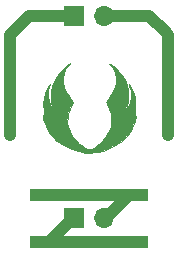
<source format=gbr>
G04 #@! TF.GenerationSoftware,KiCad,Pcbnew,(6.0.0)*
G04 #@! TF.CreationDate,2021-12-29T03:23:08-05:00*
G04 #@! TF.ProjectId,PressureSwitchBreakout,50726573-7375-4726-9553-776974636842,00*
G04 #@! TF.SameCoordinates,Original*
G04 #@! TF.FileFunction,Copper,L1,Top*
G04 #@! TF.FilePolarity,Positive*
%FSLAX46Y46*%
G04 Gerber Fmt 4.6, Leading zero omitted, Abs format (unit mm)*
G04 Created by KiCad (PCBNEW (6.0.0)) date 2021-12-29 03:23:08*
%MOMM*%
%LPD*%
G01*
G04 APERTURE LIST*
G04 #@! TA.AperFunction,EtchedComponent*
%ADD10C,0.010000*%
G04 #@! TD*
G04 #@! TA.AperFunction,ComponentPad*
%ADD11R,1.700000X1.700000*%
G04 #@! TD*
G04 #@! TA.AperFunction,ComponentPad*
%ADD12O,1.700000X1.700000*%
G04 #@! TD*
G04 #@! TA.AperFunction,SMDPad,CuDef*
%ADD13R,3.200000X1.000000*%
G04 #@! TD*
G04 #@! TA.AperFunction,Conductor*
%ADD14C,1.000000*%
G04 #@! TD*
G04 APERTURE END LIST*
D10*
X138057077Y-83424410D02*
X138002738Y-83497444D01*
X138002738Y-83497444D02*
X137912243Y-83600475D01*
X137912243Y-83600475D02*
X137903665Y-83609685D01*
X137903665Y-83609685D02*
X137681731Y-83904338D01*
X137681731Y-83904338D02*
X137538697Y-84228554D01*
X137538697Y-84228554D02*
X137474658Y-84580944D01*
X137474658Y-84580944D02*
X137489709Y-84960117D01*
X137489709Y-84960117D02*
X137583944Y-85364685D01*
X137583944Y-85364685D02*
X137755159Y-85788500D01*
X137755159Y-85788500D02*
X137858767Y-85984812D01*
X137858767Y-85984812D02*
X137980972Y-86189622D01*
X137980972Y-86189622D02*
X138097409Y-86362386D01*
X138097409Y-86362386D02*
X138110819Y-86380334D01*
X138110819Y-86380334D02*
X138203695Y-86508391D01*
X138203695Y-86508391D02*
X138271909Y-86613320D01*
X138271909Y-86613320D02*
X138302466Y-86674926D01*
X138302466Y-86674926D02*
X138303000Y-86679026D01*
X138303000Y-86679026D02*
X138279604Y-86739050D01*
X138279604Y-86739050D02*
X138221048Y-86834350D01*
X138221048Y-86834350D02*
X138195843Y-86869793D01*
X138195843Y-86869793D02*
X138113617Y-87014352D01*
X138113617Y-87014352D02*
X138030127Y-87217239D01*
X138030127Y-87217239D02*
X137953776Y-87452668D01*
X137953776Y-87452668D02*
X137892966Y-87694855D01*
X137892966Y-87694855D02*
X137857020Y-87909659D01*
X137857020Y-87909659D02*
X137851609Y-88321336D01*
X137851609Y-88321336D02*
X137923108Y-88738322D01*
X137923108Y-88738322D02*
X138065753Y-89147663D01*
X138065753Y-89147663D02*
X138273781Y-89536403D01*
X138273781Y-89536403D02*
X138541428Y-89891587D01*
X138541428Y-89891587D02*
X138862932Y-90200259D01*
X138862932Y-90200259D02*
X138883323Y-90216631D01*
X138883323Y-90216631D02*
X139140791Y-90410189D01*
X139140791Y-90410189D02*
X139356506Y-90542933D01*
X139356506Y-90542933D02*
X139544530Y-90617718D01*
X139544530Y-90617718D02*
X139718921Y-90637397D01*
X139718921Y-90637397D02*
X139893741Y-90604824D01*
X139893741Y-90604824D02*
X140083049Y-90522851D01*
X140083049Y-90522851D02*
X140165898Y-90476917D01*
X140165898Y-90476917D02*
X140526266Y-90224227D01*
X140526266Y-90224227D02*
X140854594Y-89909213D01*
X140854594Y-89909213D02*
X141137453Y-89548773D01*
X141137453Y-89548773D02*
X141361416Y-89159805D01*
X141361416Y-89159805D02*
X141503052Y-88794167D01*
X141503052Y-88794167D02*
X141570044Y-88433792D01*
X141570044Y-88433792D02*
X141573457Y-88042316D01*
X141573457Y-88042316D02*
X141515931Y-87641402D01*
X141515931Y-87641402D02*
X141400103Y-87252710D01*
X141400103Y-87252710D02*
X141284104Y-86996386D01*
X141284104Y-86996386D02*
X141213243Y-86856719D01*
X141213243Y-86856719D02*
X141161646Y-86744232D01*
X141161646Y-86744232D02*
X141139530Y-86681347D01*
X141139530Y-86681347D02*
X141139333Y-86678679D01*
X141139333Y-86678679D02*
X141163359Y-86627219D01*
X141163359Y-86627219D02*
X141227630Y-86526719D01*
X141227630Y-86526719D02*
X141320436Y-86394993D01*
X141320436Y-86394993D02*
X141368467Y-86330169D01*
X141368467Y-86330169D02*
X141640706Y-85920489D01*
X141640706Y-85920489D02*
X141831811Y-85521016D01*
X141831811Y-85521016D02*
X141943798Y-85126002D01*
X141943798Y-85126002D02*
X141978684Y-84729697D01*
X141978684Y-84729697D02*
X141973992Y-84603167D01*
X141973992Y-84603167D02*
X141915816Y-84239406D01*
X141915816Y-84239406D02*
X141794063Y-83925778D01*
X141794063Y-83925778D02*
X141610761Y-83666679D01*
X141610761Y-83666679D02*
X141488583Y-83552344D01*
X141488583Y-83552344D02*
X141410113Y-83474011D01*
X141410113Y-83474011D02*
X141399463Y-83430721D01*
X141399463Y-83430721D02*
X141452017Y-83433203D01*
X141452017Y-83433203D02*
X141524689Y-83468357D01*
X141524689Y-83468357D02*
X141675269Y-83574081D01*
X141675269Y-83574081D02*
X141855627Y-83727953D01*
X141855627Y-83727953D02*
X142045193Y-83910052D01*
X142045193Y-83910052D02*
X142223400Y-84100455D01*
X142223400Y-84100455D02*
X142369678Y-84279239D01*
X142369678Y-84279239D02*
X142388313Y-84304830D01*
X142388313Y-84304830D02*
X142611199Y-84645750D01*
X142611199Y-84645750D02*
X142774031Y-84968205D01*
X142774031Y-84968205D02*
X142883844Y-85294865D01*
X142883844Y-85294865D02*
X142947672Y-85648402D01*
X142947672Y-85648402D02*
X142972549Y-86051485D01*
X142972549Y-86051485D02*
X142973450Y-86190667D01*
X142973450Y-86190667D02*
X142969176Y-86456418D01*
X142969176Y-86456418D02*
X142955060Y-86667239D01*
X142955060Y-86667239D02*
X142925508Y-86851218D01*
X142925508Y-86851218D02*
X142874922Y-87036440D01*
X142874922Y-87036440D02*
X142797708Y-87250993D01*
X142797708Y-87250993D02*
X142726754Y-87428917D01*
X142726754Y-87428917D02*
X142719802Y-87489423D01*
X142719802Y-87489423D02*
X142738227Y-87503000D01*
X142738227Y-87503000D02*
X142780934Y-87466537D01*
X142780934Y-87466537D02*
X142845256Y-87369127D01*
X142845256Y-87369127D02*
X142922138Y-87228745D01*
X142922138Y-87228745D02*
X143002530Y-87063363D01*
X143002530Y-87063363D02*
X143077378Y-86890953D01*
X143077378Y-86890953D02*
X143137631Y-86729487D01*
X143137631Y-86729487D02*
X143154006Y-86677500D01*
X143154006Y-86677500D02*
X143215423Y-86370294D01*
X143215423Y-86370294D02*
X143231914Y-86039917D01*
X143231914Y-86039917D02*
X143204035Y-85718361D01*
X143204035Y-85718361D02*
X143132394Y-85437743D01*
X143132394Y-85437743D02*
X143077346Y-85274495D01*
X143077346Y-85274495D02*
X143057813Y-85178007D01*
X143057813Y-85178007D02*
X143072774Y-85151388D01*
X143072774Y-85151388D02*
X143121207Y-85197751D01*
X143121207Y-85197751D02*
X143181879Y-85287084D01*
X143181879Y-85287084D02*
X143351682Y-85606877D01*
X143351682Y-85606877D02*
X143473788Y-85950162D01*
X143473788Y-85950162D02*
X143551085Y-86330585D01*
X143551085Y-86330585D02*
X143586462Y-86761789D01*
X143586462Y-86761789D02*
X143585258Y-87192666D01*
X143585258Y-87192666D02*
X143579482Y-87444275D01*
X143579482Y-87444275D02*
X143580996Y-87634236D01*
X143580996Y-87634236D02*
X143589546Y-87755063D01*
X143589546Y-87755063D02*
X143604881Y-87799265D01*
X143604881Y-87799265D02*
X143605637Y-87799334D01*
X143605637Y-87799334D02*
X143625725Y-87836844D01*
X143625725Y-87836844D02*
X143624630Y-87936860D01*
X143624630Y-87936860D02*
X143604879Y-88080606D01*
X143604879Y-88080606D02*
X143568998Y-88249309D01*
X143568998Y-88249309D02*
X143523043Y-88413167D01*
X143523043Y-88413167D02*
X143350546Y-88827777D01*
X143350546Y-88827777D02*
X143104489Y-89231176D01*
X143104489Y-89231176D02*
X142795972Y-89610941D01*
X142795972Y-89610941D02*
X142436094Y-89954645D01*
X142436094Y-89954645D02*
X142035955Y-90249863D01*
X142035955Y-90249863D02*
X141722691Y-90428681D01*
X141722691Y-90428681D02*
X141300594Y-90617300D01*
X141300594Y-90617300D02*
X140862426Y-90770239D01*
X140862426Y-90770239D02*
X140434888Y-90879246D01*
X140434888Y-90879246D02*
X140094325Y-90931738D01*
X140094325Y-90931738D02*
X139871919Y-90952290D01*
X139871919Y-90952290D02*
X139707102Y-90963373D01*
X139707102Y-90963373D02*
X139573329Y-90965009D01*
X139573329Y-90965009D02*
X139444057Y-90957218D01*
X139444057Y-90957218D02*
X139292741Y-90940020D01*
X139292741Y-90940020D02*
X139234333Y-90932401D01*
X139234333Y-90932401D02*
X138726095Y-90829472D01*
X138726095Y-90829472D02*
X138209745Y-90658917D01*
X138209745Y-90658917D02*
X137706753Y-90430642D01*
X137706753Y-90430642D02*
X137238592Y-90154550D01*
X137238592Y-90154550D02*
X136826734Y-89840548D01*
X136826734Y-89840548D02*
X136783013Y-89801605D01*
X136783013Y-89801605D02*
X136475127Y-89475842D01*
X136475127Y-89475842D02*
X136212331Y-89103722D01*
X136212331Y-89103722D02*
X136004995Y-88703894D01*
X136004995Y-88703894D02*
X135863492Y-88295009D01*
X135863492Y-88295009D02*
X135815862Y-88062338D01*
X135815862Y-88062338D02*
X135797092Y-87908159D01*
X135797092Y-87908159D02*
X135798859Y-87817584D01*
X135798859Y-87817584D02*
X135822243Y-87771817D01*
X135822243Y-87771817D02*
X135833012Y-87764359D01*
X135833012Y-87764359D02*
X135859620Y-87733336D01*
X135859620Y-87733336D02*
X135869874Y-87668333D01*
X135869874Y-87668333D02*
X135864226Y-87552797D01*
X135864226Y-87552797D02*
X135843668Y-87374355D01*
X135843668Y-87374355D02*
X135817691Y-86863605D01*
X135817691Y-86863605D02*
X135868732Y-86355616D01*
X135868732Y-86355616D02*
X135933570Y-86069470D01*
X135933570Y-86069470D02*
X135987569Y-85901463D01*
X135987569Y-85901463D02*
X136059412Y-85714302D01*
X136059412Y-85714302D02*
X136140253Y-85527221D01*
X136140253Y-85527221D02*
X136221244Y-85359456D01*
X136221244Y-85359456D02*
X136293537Y-85230238D01*
X136293537Y-85230238D02*
X136348286Y-85158802D01*
X136348286Y-85158802D02*
X136354612Y-85154152D01*
X136354612Y-85154152D02*
X136387329Y-85139199D01*
X136387329Y-85139199D02*
X136392480Y-85160042D01*
X136392480Y-85160042D02*
X136367261Y-85230750D01*
X136367261Y-85230750D02*
X136315464Y-85350489D01*
X136315464Y-85350489D02*
X136236348Y-85612222D01*
X136236348Y-85612222D02*
X136201818Y-85922626D01*
X136201818Y-85922626D02*
X136211185Y-86258829D01*
X136211185Y-86258829D02*
X136263757Y-86597958D01*
X136263757Y-86597958D02*
X136358845Y-86917141D01*
X136358845Y-86917141D02*
X136363080Y-86928041D01*
X136363080Y-86928041D02*
X136422188Y-87060838D01*
X136422188Y-87060838D02*
X136491023Y-87189913D01*
X136491023Y-87189913D02*
X136557619Y-87295826D01*
X136557619Y-87295826D02*
X136610012Y-87359140D01*
X136610012Y-87359140D02*
X136633085Y-87366693D01*
X136633085Y-87366693D02*
X136629280Y-87322239D01*
X136629280Y-87322239D02*
X136606435Y-87217181D01*
X136606435Y-87217181D02*
X136569171Y-87072209D01*
X136569171Y-87072209D02*
X136559263Y-87036172D01*
X136559263Y-87036172D02*
X136499504Y-86742255D01*
X136499504Y-86742255D02*
X136466700Y-86405500D01*
X136466700Y-86405500D02*
X136460839Y-86053592D01*
X136460839Y-86053592D02*
X136481908Y-85714217D01*
X136481908Y-85714217D02*
X136529895Y-85415063D01*
X136529895Y-85415063D02*
X136560042Y-85301667D01*
X136560042Y-85301667D02*
X136755747Y-84811563D01*
X136755747Y-84811563D02*
X137025248Y-84361953D01*
X137025248Y-84361953D02*
X137366311Y-83956078D01*
X137366311Y-83956078D02*
X137687483Y-83666405D01*
X137687483Y-83666405D02*
X137832381Y-83553373D01*
X137832381Y-83553373D02*
X137954316Y-83463636D01*
X137954316Y-83463636D02*
X138037452Y-83408545D01*
X138037452Y-83408545D02*
X138063767Y-83396667D01*
X138063767Y-83396667D02*
X138057077Y-83424410D01*
X138057077Y-83424410D02*
X138057077Y-83424410D01*
G36*
X138057077Y-83424410D02*
G01*
X138002738Y-83497444D01*
X137912243Y-83600475D01*
X137903665Y-83609685D01*
X137681731Y-83904338D01*
X137538697Y-84228554D01*
X137474658Y-84580944D01*
X137489709Y-84960117D01*
X137583944Y-85364685D01*
X137755159Y-85788500D01*
X137858767Y-85984812D01*
X137980972Y-86189622D01*
X138097409Y-86362386D01*
X138110819Y-86380334D01*
X138203695Y-86508391D01*
X138271909Y-86613320D01*
X138302466Y-86674926D01*
X138303000Y-86679026D01*
X138279604Y-86739050D01*
X138221048Y-86834350D01*
X138195843Y-86869793D01*
X138113617Y-87014352D01*
X138030127Y-87217239D01*
X137953776Y-87452668D01*
X137892966Y-87694855D01*
X137857020Y-87909659D01*
X137851609Y-88321336D01*
X137923108Y-88738322D01*
X138065753Y-89147663D01*
X138273781Y-89536403D01*
X138541428Y-89891587D01*
X138862932Y-90200259D01*
X138883323Y-90216631D01*
X139140791Y-90410189D01*
X139356506Y-90542933D01*
X139544530Y-90617718D01*
X139718921Y-90637397D01*
X139893741Y-90604824D01*
X140083049Y-90522851D01*
X140165898Y-90476917D01*
X140526266Y-90224227D01*
X140854594Y-89909213D01*
X141137453Y-89548773D01*
X141361416Y-89159805D01*
X141503052Y-88794167D01*
X141570044Y-88433792D01*
X141573457Y-88042316D01*
X141515931Y-87641402D01*
X141400103Y-87252710D01*
X141284104Y-86996386D01*
X141213243Y-86856719D01*
X141161646Y-86744232D01*
X141139530Y-86681347D01*
X141139333Y-86678679D01*
X141163359Y-86627219D01*
X141227630Y-86526719D01*
X141320436Y-86394993D01*
X141368467Y-86330169D01*
X141640706Y-85920489D01*
X141831811Y-85521016D01*
X141943798Y-85126002D01*
X141978684Y-84729697D01*
X141973992Y-84603167D01*
X141915816Y-84239406D01*
X141794063Y-83925778D01*
X141610761Y-83666679D01*
X141488583Y-83552344D01*
X141410113Y-83474011D01*
X141399463Y-83430721D01*
X141452017Y-83433203D01*
X141524689Y-83468357D01*
X141675269Y-83574081D01*
X141855627Y-83727953D01*
X142045193Y-83910052D01*
X142223400Y-84100455D01*
X142369678Y-84279239D01*
X142388313Y-84304830D01*
X142611199Y-84645750D01*
X142774031Y-84968205D01*
X142883844Y-85294865D01*
X142947672Y-85648402D01*
X142972549Y-86051485D01*
X142973450Y-86190667D01*
X142969176Y-86456418D01*
X142955060Y-86667239D01*
X142925508Y-86851218D01*
X142874922Y-87036440D01*
X142797708Y-87250993D01*
X142726754Y-87428917D01*
X142719802Y-87489423D01*
X142738227Y-87503000D01*
X142780934Y-87466537D01*
X142845256Y-87369127D01*
X142922138Y-87228745D01*
X143002530Y-87063363D01*
X143077378Y-86890953D01*
X143137631Y-86729487D01*
X143154006Y-86677500D01*
X143215423Y-86370294D01*
X143231914Y-86039917D01*
X143204035Y-85718361D01*
X143132394Y-85437743D01*
X143077346Y-85274495D01*
X143057813Y-85178007D01*
X143072774Y-85151388D01*
X143121207Y-85197751D01*
X143181879Y-85287084D01*
X143351682Y-85606877D01*
X143473788Y-85950162D01*
X143551085Y-86330585D01*
X143586462Y-86761789D01*
X143585258Y-87192666D01*
X143579482Y-87444275D01*
X143580996Y-87634236D01*
X143589546Y-87755063D01*
X143604881Y-87799265D01*
X143605637Y-87799334D01*
X143625725Y-87836844D01*
X143624630Y-87936860D01*
X143604879Y-88080606D01*
X143568998Y-88249309D01*
X143523043Y-88413167D01*
X143350546Y-88827777D01*
X143104489Y-89231176D01*
X142795972Y-89610941D01*
X142436094Y-89954645D01*
X142035955Y-90249863D01*
X141722691Y-90428681D01*
X141300594Y-90617300D01*
X140862426Y-90770239D01*
X140434888Y-90879246D01*
X140094325Y-90931738D01*
X139871919Y-90952290D01*
X139707102Y-90963373D01*
X139573329Y-90965009D01*
X139444057Y-90957218D01*
X139292741Y-90940020D01*
X139234333Y-90932401D01*
X138726095Y-90829472D01*
X138209745Y-90658917D01*
X137706753Y-90430642D01*
X137238592Y-90154550D01*
X136826734Y-89840548D01*
X136783013Y-89801605D01*
X136475127Y-89475842D01*
X136212331Y-89103722D01*
X136004995Y-88703894D01*
X135863492Y-88295009D01*
X135815862Y-88062338D01*
X135797092Y-87908159D01*
X135798859Y-87817584D01*
X135822243Y-87771817D01*
X135833012Y-87764359D01*
X135859620Y-87733336D01*
X135869874Y-87668333D01*
X135864226Y-87552797D01*
X135843668Y-87374355D01*
X135817691Y-86863605D01*
X135868732Y-86355616D01*
X135933570Y-86069470D01*
X135987569Y-85901463D01*
X136059412Y-85714302D01*
X136140253Y-85527221D01*
X136221244Y-85359456D01*
X136293537Y-85230238D01*
X136348286Y-85158802D01*
X136354612Y-85154152D01*
X136387329Y-85139199D01*
X136392480Y-85160042D01*
X136367261Y-85230750D01*
X136315464Y-85350489D01*
X136236348Y-85612222D01*
X136201818Y-85922626D01*
X136211185Y-86258829D01*
X136263757Y-86597958D01*
X136358845Y-86917141D01*
X136363080Y-86928041D01*
X136422188Y-87060838D01*
X136491023Y-87189913D01*
X136557619Y-87295826D01*
X136610012Y-87359140D01*
X136633085Y-87366693D01*
X136629280Y-87322239D01*
X136606435Y-87217181D01*
X136569171Y-87072209D01*
X136559263Y-87036172D01*
X136499504Y-86742255D01*
X136466700Y-86405500D01*
X136460839Y-86053592D01*
X136481908Y-85714217D01*
X136529895Y-85415063D01*
X136560042Y-85301667D01*
X136755747Y-84811563D01*
X137025248Y-84361953D01*
X137366311Y-83956078D01*
X137687483Y-83666405D01*
X137832381Y-83553373D01*
X137954316Y-83463636D01*
X138037452Y-83408545D01*
X138063767Y-83396667D01*
X138057077Y-83424410D01*
G37*
X138057077Y-83424410D02*
X138002738Y-83497444D01*
X137912243Y-83600475D01*
X137903665Y-83609685D01*
X137681731Y-83904338D01*
X137538697Y-84228554D01*
X137474658Y-84580944D01*
X137489709Y-84960117D01*
X137583944Y-85364685D01*
X137755159Y-85788500D01*
X137858767Y-85984812D01*
X137980972Y-86189622D01*
X138097409Y-86362386D01*
X138110819Y-86380334D01*
X138203695Y-86508391D01*
X138271909Y-86613320D01*
X138302466Y-86674926D01*
X138303000Y-86679026D01*
X138279604Y-86739050D01*
X138221048Y-86834350D01*
X138195843Y-86869793D01*
X138113617Y-87014352D01*
X138030127Y-87217239D01*
X137953776Y-87452668D01*
X137892966Y-87694855D01*
X137857020Y-87909659D01*
X137851609Y-88321336D01*
X137923108Y-88738322D01*
X138065753Y-89147663D01*
X138273781Y-89536403D01*
X138541428Y-89891587D01*
X138862932Y-90200259D01*
X138883323Y-90216631D01*
X139140791Y-90410189D01*
X139356506Y-90542933D01*
X139544530Y-90617718D01*
X139718921Y-90637397D01*
X139893741Y-90604824D01*
X140083049Y-90522851D01*
X140165898Y-90476917D01*
X140526266Y-90224227D01*
X140854594Y-89909213D01*
X141137453Y-89548773D01*
X141361416Y-89159805D01*
X141503052Y-88794167D01*
X141570044Y-88433792D01*
X141573457Y-88042316D01*
X141515931Y-87641402D01*
X141400103Y-87252710D01*
X141284104Y-86996386D01*
X141213243Y-86856719D01*
X141161646Y-86744232D01*
X141139530Y-86681347D01*
X141139333Y-86678679D01*
X141163359Y-86627219D01*
X141227630Y-86526719D01*
X141320436Y-86394993D01*
X141368467Y-86330169D01*
X141640706Y-85920489D01*
X141831811Y-85521016D01*
X141943798Y-85126002D01*
X141978684Y-84729697D01*
X141973992Y-84603167D01*
X141915816Y-84239406D01*
X141794063Y-83925778D01*
X141610761Y-83666679D01*
X141488583Y-83552344D01*
X141410113Y-83474011D01*
X141399463Y-83430721D01*
X141452017Y-83433203D01*
X141524689Y-83468357D01*
X141675269Y-83574081D01*
X141855627Y-83727953D01*
X142045193Y-83910052D01*
X142223400Y-84100455D01*
X142369678Y-84279239D01*
X142388313Y-84304830D01*
X142611199Y-84645750D01*
X142774031Y-84968205D01*
X142883844Y-85294865D01*
X142947672Y-85648402D01*
X142972549Y-86051485D01*
X142973450Y-86190667D01*
X142969176Y-86456418D01*
X142955060Y-86667239D01*
X142925508Y-86851218D01*
X142874922Y-87036440D01*
X142797708Y-87250993D01*
X142726754Y-87428917D01*
X142719802Y-87489423D01*
X142738227Y-87503000D01*
X142780934Y-87466537D01*
X142845256Y-87369127D01*
X142922138Y-87228745D01*
X143002530Y-87063363D01*
X143077378Y-86890953D01*
X143137631Y-86729487D01*
X143154006Y-86677500D01*
X143215423Y-86370294D01*
X143231914Y-86039917D01*
X143204035Y-85718361D01*
X143132394Y-85437743D01*
X143077346Y-85274495D01*
X143057813Y-85178007D01*
X143072774Y-85151388D01*
X143121207Y-85197751D01*
X143181879Y-85287084D01*
X143351682Y-85606877D01*
X143473788Y-85950162D01*
X143551085Y-86330585D01*
X143586462Y-86761789D01*
X143585258Y-87192666D01*
X143579482Y-87444275D01*
X143580996Y-87634236D01*
X143589546Y-87755063D01*
X143604881Y-87799265D01*
X143605637Y-87799334D01*
X143625725Y-87836844D01*
X143624630Y-87936860D01*
X143604879Y-88080606D01*
X143568998Y-88249309D01*
X143523043Y-88413167D01*
X143350546Y-88827777D01*
X143104489Y-89231176D01*
X142795972Y-89610941D01*
X142436094Y-89954645D01*
X142035955Y-90249863D01*
X141722691Y-90428681D01*
X141300594Y-90617300D01*
X140862426Y-90770239D01*
X140434888Y-90879246D01*
X140094325Y-90931738D01*
X139871919Y-90952290D01*
X139707102Y-90963373D01*
X139573329Y-90965009D01*
X139444057Y-90957218D01*
X139292741Y-90940020D01*
X139234333Y-90932401D01*
X138726095Y-90829472D01*
X138209745Y-90658917D01*
X137706753Y-90430642D01*
X137238592Y-90154550D01*
X136826734Y-89840548D01*
X136783013Y-89801605D01*
X136475127Y-89475842D01*
X136212331Y-89103722D01*
X136004995Y-88703894D01*
X135863492Y-88295009D01*
X135815862Y-88062338D01*
X135797092Y-87908159D01*
X135798859Y-87817584D01*
X135822243Y-87771817D01*
X135833012Y-87764359D01*
X135859620Y-87733336D01*
X135869874Y-87668333D01*
X135864226Y-87552797D01*
X135843668Y-87374355D01*
X135817691Y-86863605D01*
X135868732Y-86355616D01*
X135933570Y-86069470D01*
X135987569Y-85901463D01*
X136059412Y-85714302D01*
X136140253Y-85527221D01*
X136221244Y-85359456D01*
X136293537Y-85230238D01*
X136348286Y-85158802D01*
X136354612Y-85154152D01*
X136387329Y-85139199D01*
X136392480Y-85160042D01*
X136367261Y-85230750D01*
X136315464Y-85350489D01*
X136236348Y-85612222D01*
X136201818Y-85922626D01*
X136211185Y-86258829D01*
X136263757Y-86597958D01*
X136358845Y-86917141D01*
X136363080Y-86928041D01*
X136422188Y-87060838D01*
X136491023Y-87189913D01*
X136557619Y-87295826D01*
X136610012Y-87359140D01*
X136633085Y-87366693D01*
X136629280Y-87322239D01*
X136606435Y-87217181D01*
X136569171Y-87072209D01*
X136559263Y-87036172D01*
X136499504Y-86742255D01*
X136466700Y-86405500D01*
X136460839Y-86053592D01*
X136481908Y-85714217D01*
X136529895Y-85415063D01*
X136560042Y-85301667D01*
X136755747Y-84811563D01*
X137025248Y-84361953D01*
X137366311Y-83956078D01*
X137687483Y-83666405D01*
X137832381Y-83553373D01*
X137954316Y-83463636D01*
X138037452Y-83408545D01*
X138063767Y-83396667D01*
X138057077Y-83424410D01*
D11*
X138430000Y-96520000D03*
D12*
X140970000Y-96520000D03*
D13*
X136300000Y-94520000D03*
X143100000Y-94520000D03*
X136300000Y-98520000D03*
X143100000Y-98520000D03*
D11*
X138430000Y-79375000D03*
D12*
X140970000Y-79375000D03*
D14*
X146400000Y-89500000D02*
X146400000Y-81000000D01*
X140970000Y-79375000D02*
X144775000Y-79375000D01*
X136300000Y-94520000D02*
X143100000Y-94520000D01*
X141100000Y-96520000D02*
X143100000Y-94520000D01*
X144775000Y-79375000D02*
X146171151Y-80771151D01*
X140970000Y-96520000D02*
X141100000Y-96520000D01*
X138430000Y-79375000D02*
X134625000Y-79375000D01*
X133000000Y-81026000D02*
X133000000Y-89500000D01*
X138430000Y-96520000D02*
X138300000Y-96520000D01*
X136300000Y-98520000D02*
X143100000Y-98520000D01*
X138300000Y-96520000D02*
X136300000Y-98520000D01*
X134625000Y-79375000D02*
X133000000Y-81026000D01*
M02*

</source>
